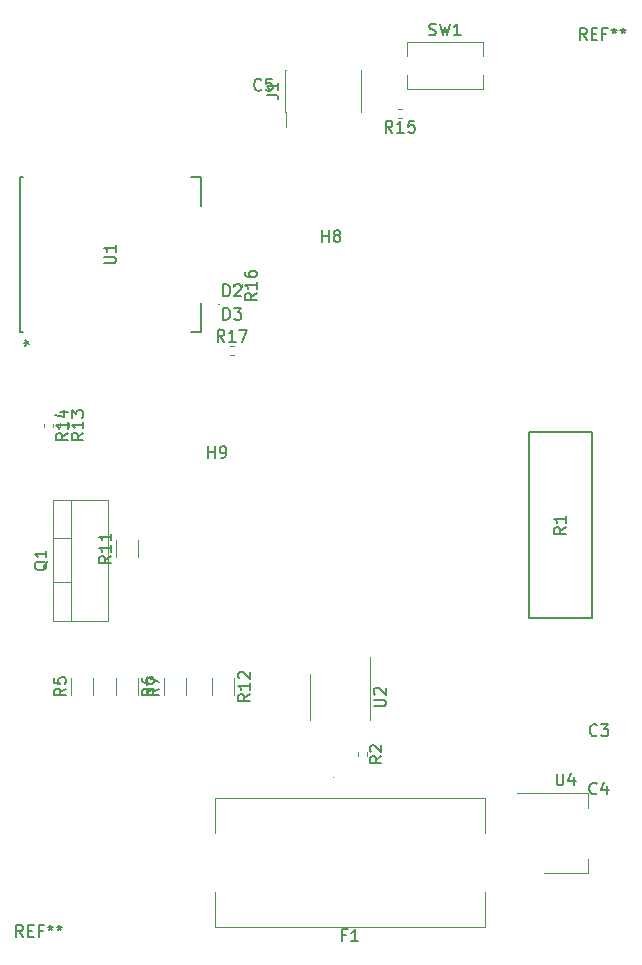
<source format=gbr>
%TF.GenerationSoftware,KiCad,Pcbnew,7.0.10*%
%TF.CreationDate,2024-01-17T02:44:35+05:30*%
%TF.ProjectId,open_src,6f70656e-5f73-4726-932e-6b696361645f,rev?*%
%TF.SameCoordinates,Original*%
%TF.FileFunction,Legend,Top*%
%TF.FilePolarity,Positive*%
%FSLAX46Y46*%
G04 Gerber Fmt 4.6, Leading zero omitted, Abs format (unit mm)*
G04 Created by KiCad (PCBNEW 7.0.10) date 2024-01-17 02:44:35*
%MOMM*%
%LPD*%
G01*
G04 APERTURE LIST*
%ADD10C,0.150000*%
%ADD11C,0.120000*%
%ADD12C,0.152400*%
%ADD13C,0.100000*%
G04 APERTURE END LIST*
D10*
X141784819Y-87772857D02*
X141308628Y-88106190D01*
X141784819Y-88344285D02*
X140784819Y-88344285D01*
X140784819Y-88344285D02*
X140784819Y-87963333D01*
X140784819Y-87963333D02*
X140832438Y-87868095D01*
X140832438Y-87868095D02*
X140880057Y-87820476D01*
X140880057Y-87820476D02*
X140975295Y-87772857D01*
X140975295Y-87772857D02*
X141118152Y-87772857D01*
X141118152Y-87772857D02*
X141213390Y-87820476D01*
X141213390Y-87820476D02*
X141261009Y-87868095D01*
X141261009Y-87868095D02*
X141308628Y-87963333D01*
X141308628Y-87963333D02*
X141308628Y-88344285D01*
X141784819Y-86820476D02*
X141784819Y-87391904D01*
X141784819Y-87106190D02*
X140784819Y-87106190D01*
X140784819Y-87106190D02*
X140927676Y-87201428D01*
X140927676Y-87201428D02*
X141022914Y-87296666D01*
X141022914Y-87296666D02*
X141070533Y-87391904D01*
X141118152Y-85963333D02*
X141784819Y-85963333D01*
X140737200Y-86201428D02*
X141451485Y-86439523D01*
X141451485Y-86439523D02*
X141451485Y-85820476D01*
X143124819Y-87732857D02*
X142648628Y-88066190D01*
X143124819Y-88304285D02*
X142124819Y-88304285D01*
X142124819Y-88304285D02*
X142124819Y-87923333D01*
X142124819Y-87923333D02*
X142172438Y-87828095D01*
X142172438Y-87828095D02*
X142220057Y-87780476D01*
X142220057Y-87780476D02*
X142315295Y-87732857D01*
X142315295Y-87732857D02*
X142458152Y-87732857D01*
X142458152Y-87732857D02*
X142553390Y-87780476D01*
X142553390Y-87780476D02*
X142601009Y-87828095D01*
X142601009Y-87828095D02*
X142648628Y-87923333D01*
X142648628Y-87923333D02*
X142648628Y-88304285D01*
X143124819Y-86780476D02*
X143124819Y-87351904D01*
X143124819Y-87066190D02*
X142124819Y-87066190D01*
X142124819Y-87066190D02*
X142267676Y-87161428D01*
X142267676Y-87161428D02*
X142362914Y-87256666D01*
X142362914Y-87256666D02*
X142410533Y-87351904D01*
X142124819Y-86447142D02*
X142124819Y-85828095D01*
X142124819Y-85828095D02*
X142505771Y-86161428D01*
X142505771Y-86161428D02*
X142505771Y-86018571D01*
X142505771Y-86018571D02*
X142553390Y-85923333D01*
X142553390Y-85923333D02*
X142601009Y-85875714D01*
X142601009Y-85875714D02*
X142696247Y-85828095D01*
X142696247Y-85828095D02*
X142934342Y-85828095D01*
X142934342Y-85828095D02*
X143029580Y-85875714D01*
X143029580Y-85875714D02*
X143077200Y-85923333D01*
X143077200Y-85923333D02*
X143124819Y-86018571D01*
X143124819Y-86018571D02*
X143124819Y-86304285D01*
X143124819Y-86304285D02*
X143077200Y-86399523D01*
X143077200Y-86399523D02*
X143029580Y-86447142D01*
X144874819Y-73391904D02*
X145684342Y-73391904D01*
X145684342Y-73391904D02*
X145779580Y-73344285D01*
X145779580Y-73344285D02*
X145827200Y-73296666D01*
X145827200Y-73296666D02*
X145874819Y-73201428D01*
X145874819Y-73201428D02*
X145874819Y-73010952D01*
X145874819Y-73010952D02*
X145827200Y-72915714D01*
X145827200Y-72915714D02*
X145779580Y-72868095D01*
X145779580Y-72868095D02*
X145684342Y-72820476D01*
X145684342Y-72820476D02*
X144874819Y-72820476D01*
X145874819Y-71820476D02*
X145874819Y-72391904D01*
X145874819Y-72106190D02*
X144874819Y-72106190D01*
X144874819Y-72106190D02*
X145017676Y-72201428D01*
X145017676Y-72201428D02*
X145112914Y-72296666D01*
X145112914Y-72296666D02*
X145160533Y-72391904D01*
X138074819Y-80114999D02*
X138312914Y-80114999D01*
X138217676Y-80353094D02*
X138312914Y-80114999D01*
X138312914Y-80114999D02*
X138217676Y-79876904D01*
X138503390Y-80257856D02*
X138312914Y-80114999D01*
X138312914Y-80114999D02*
X138503390Y-79972142D01*
X138074819Y-80114999D02*
X138312914Y-80114999D01*
X138217676Y-80353094D02*
X138312914Y-80114999D01*
X138312914Y-80114999D02*
X138217676Y-79876904D01*
X138503390Y-80257856D02*
X138312914Y-80114999D01*
X138312914Y-80114999D02*
X138503390Y-79972142D01*
X153670095Y-89860819D02*
X153670095Y-88860819D01*
X153670095Y-89337009D02*
X154241523Y-89337009D01*
X154241523Y-89860819D02*
X154241523Y-88860819D01*
X154765333Y-89860819D02*
X154955809Y-89860819D01*
X154955809Y-89860819D02*
X155051047Y-89813200D01*
X155051047Y-89813200D02*
X155098666Y-89765580D01*
X155098666Y-89765580D02*
X155193904Y-89622723D01*
X155193904Y-89622723D02*
X155241523Y-89432247D01*
X155241523Y-89432247D02*
X155241523Y-89051295D01*
X155241523Y-89051295D02*
X155193904Y-88956057D01*
X155193904Y-88956057D02*
X155146285Y-88908438D01*
X155146285Y-88908438D02*
X155051047Y-88860819D01*
X155051047Y-88860819D02*
X154860571Y-88860819D01*
X154860571Y-88860819D02*
X154765333Y-88908438D01*
X154765333Y-88908438D02*
X154717714Y-88956057D01*
X154717714Y-88956057D02*
X154670095Y-89051295D01*
X154670095Y-89051295D02*
X154670095Y-89289390D01*
X154670095Y-89289390D02*
X154717714Y-89384628D01*
X154717714Y-89384628D02*
X154765333Y-89432247D01*
X154765333Y-89432247D02*
X154860571Y-89479866D01*
X154860571Y-89479866D02*
X155051047Y-89479866D01*
X155051047Y-89479866D02*
X155146285Y-89432247D01*
X155146285Y-89432247D02*
X155193904Y-89384628D01*
X155193904Y-89384628D02*
X155241523Y-89289390D01*
X163322095Y-71572819D02*
X163322095Y-70572819D01*
X163322095Y-71049009D02*
X163893523Y-71049009D01*
X163893523Y-71572819D02*
X163893523Y-70572819D01*
X164512571Y-71001390D02*
X164417333Y-70953771D01*
X164417333Y-70953771D02*
X164369714Y-70906152D01*
X164369714Y-70906152D02*
X164322095Y-70810914D01*
X164322095Y-70810914D02*
X164322095Y-70763295D01*
X164322095Y-70763295D02*
X164369714Y-70668057D01*
X164369714Y-70668057D02*
X164417333Y-70620438D01*
X164417333Y-70620438D02*
X164512571Y-70572819D01*
X164512571Y-70572819D02*
X164703047Y-70572819D01*
X164703047Y-70572819D02*
X164798285Y-70620438D01*
X164798285Y-70620438D02*
X164845904Y-70668057D01*
X164845904Y-70668057D02*
X164893523Y-70763295D01*
X164893523Y-70763295D02*
X164893523Y-70810914D01*
X164893523Y-70810914D02*
X164845904Y-70906152D01*
X164845904Y-70906152D02*
X164798285Y-70953771D01*
X164798285Y-70953771D02*
X164703047Y-71001390D01*
X164703047Y-71001390D02*
X164512571Y-71001390D01*
X164512571Y-71001390D02*
X164417333Y-71049009D01*
X164417333Y-71049009D02*
X164369714Y-71096628D01*
X164369714Y-71096628D02*
X164322095Y-71191866D01*
X164322095Y-71191866D02*
X164322095Y-71382342D01*
X164322095Y-71382342D02*
X164369714Y-71477580D01*
X164369714Y-71477580D02*
X164417333Y-71525200D01*
X164417333Y-71525200D02*
X164512571Y-71572819D01*
X164512571Y-71572819D02*
X164703047Y-71572819D01*
X164703047Y-71572819D02*
X164798285Y-71525200D01*
X164798285Y-71525200D02*
X164845904Y-71477580D01*
X164845904Y-71477580D02*
X164893523Y-71382342D01*
X164893523Y-71382342D02*
X164893523Y-71191866D01*
X164893523Y-71191866D02*
X164845904Y-71096628D01*
X164845904Y-71096628D02*
X164798285Y-71049009D01*
X164798285Y-71049009D02*
X164703047Y-71001390D01*
X183980819Y-95730666D02*
X183504628Y-96063999D01*
X183980819Y-96302094D02*
X182980819Y-96302094D01*
X182980819Y-96302094D02*
X182980819Y-95921142D01*
X182980819Y-95921142D02*
X183028438Y-95825904D01*
X183028438Y-95825904D02*
X183076057Y-95778285D01*
X183076057Y-95778285D02*
X183171295Y-95730666D01*
X183171295Y-95730666D02*
X183314152Y-95730666D01*
X183314152Y-95730666D02*
X183409390Y-95778285D01*
X183409390Y-95778285D02*
X183457009Y-95825904D01*
X183457009Y-95825904D02*
X183504628Y-95921142D01*
X183504628Y-95921142D02*
X183504628Y-96302094D01*
X183980819Y-94778285D02*
X183980819Y-95349713D01*
X183980819Y-95063999D02*
X182980819Y-95063999D01*
X182980819Y-95063999D02*
X183123676Y-95159237D01*
X183123676Y-95159237D02*
X183218914Y-95254475D01*
X183218914Y-95254475D02*
X183266533Y-95349713D01*
X183188095Y-116584819D02*
X183188095Y-117394342D01*
X183188095Y-117394342D02*
X183235714Y-117489580D01*
X183235714Y-117489580D02*
X183283333Y-117537200D01*
X183283333Y-117537200D02*
X183378571Y-117584819D01*
X183378571Y-117584819D02*
X183569047Y-117584819D01*
X183569047Y-117584819D02*
X183664285Y-117537200D01*
X183664285Y-117537200D02*
X183711904Y-117489580D01*
X183711904Y-117489580D02*
X183759523Y-117394342D01*
X183759523Y-117394342D02*
X183759523Y-116584819D01*
X184664285Y-116918152D02*
X184664285Y-117584819D01*
X184426190Y-116537200D02*
X184188095Y-117251485D01*
X184188095Y-117251485D02*
X184807142Y-117251485D01*
X167724819Y-110901904D02*
X168534342Y-110901904D01*
X168534342Y-110901904D02*
X168629580Y-110854285D01*
X168629580Y-110854285D02*
X168677200Y-110806666D01*
X168677200Y-110806666D02*
X168724819Y-110711428D01*
X168724819Y-110711428D02*
X168724819Y-110520952D01*
X168724819Y-110520952D02*
X168677200Y-110425714D01*
X168677200Y-110425714D02*
X168629580Y-110378095D01*
X168629580Y-110378095D02*
X168534342Y-110330476D01*
X168534342Y-110330476D02*
X167724819Y-110330476D01*
X167820057Y-109901904D02*
X167772438Y-109854285D01*
X167772438Y-109854285D02*
X167724819Y-109759047D01*
X167724819Y-109759047D02*
X167724819Y-109520952D01*
X167724819Y-109520952D02*
X167772438Y-109425714D01*
X167772438Y-109425714D02*
X167820057Y-109378095D01*
X167820057Y-109378095D02*
X167915295Y-109330476D01*
X167915295Y-109330476D02*
X168010533Y-109330476D01*
X168010533Y-109330476D02*
X168153390Y-109378095D01*
X168153390Y-109378095D02*
X168724819Y-109949523D01*
X168724819Y-109949523D02*
X168724819Y-109330476D01*
X172402667Y-54049200D02*
X172545524Y-54096819D01*
X172545524Y-54096819D02*
X172783619Y-54096819D01*
X172783619Y-54096819D02*
X172878857Y-54049200D01*
X172878857Y-54049200D02*
X172926476Y-54001580D01*
X172926476Y-54001580D02*
X172974095Y-53906342D01*
X172974095Y-53906342D02*
X172974095Y-53811104D01*
X172974095Y-53811104D02*
X172926476Y-53715866D01*
X172926476Y-53715866D02*
X172878857Y-53668247D01*
X172878857Y-53668247D02*
X172783619Y-53620628D01*
X172783619Y-53620628D02*
X172593143Y-53573009D01*
X172593143Y-53573009D02*
X172497905Y-53525390D01*
X172497905Y-53525390D02*
X172450286Y-53477771D01*
X172450286Y-53477771D02*
X172402667Y-53382533D01*
X172402667Y-53382533D02*
X172402667Y-53287295D01*
X172402667Y-53287295D02*
X172450286Y-53192057D01*
X172450286Y-53192057D02*
X172497905Y-53144438D01*
X172497905Y-53144438D02*
X172593143Y-53096819D01*
X172593143Y-53096819D02*
X172831238Y-53096819D01*
X172831238Y-53096819D02*
X172974095Y-53144438D01*
X173307429Y-53096819D02*
X173545524Y-54096819D01*
X173545524Y-54096819D02*
X173736000Y-53382533D01*
X173736000Y-53382533D02*
X173926476Y-54096819D01*
X173926476Y-54096819D02*
X174164572Y-53096819D01*
X175069333Y-54096819D02*
X174497905Y-54096819D01*
X174783619Y-54096819D02*
X174783619Y-53096819D01*
X174783619Y-53096819D02*
X174688381Y-53239676D01*
X174688381Y-53239676D02*
X174593143Y-53334914D01*
X174593143Y-53334914D02*
X174497905Y-53382533D01*
X155057142Y-80014819D02*
X154723809Y-79538628D01*
X154485714Y-80014819D02*
X154485714Y-79014819D01*
X154485714Y-79014819D02*
X154866666Y-79014819D01*
X154866666Y-79014819D02*
X154961904Y-79062438D01*
X154961904Y-79062438D02*
X155009523Y-79110057D01*
X155009523Y-79110057D02*
X155057142Y-79205295D01*
X155057142Y-79205295D02*
X155057142Y-79348152D01*
X155057142Y-79348152D02*
X155009523Y-79443390D01*
X155009523Y-79443390D02*
X154961904Y-79491009D01*
X154961904Y-79491009D02*
X154866666Y-79538628D01*
X154866666Y-79538628D02*
X154485714Y-79538628D01*
X156009523Y-80014819D02*
X155438095Y-80014819D01*
X155723809Y-80014819D02*
X155723809Y-79014819D01*
X155723809Y-79014819D02*
X155628571Y-79157676D01*
X155628571Y-79157676D02*
X155533333Y-79252914D01*
X155533333Y-79252914D02*
X155438095Y-79300533D01*
X156342857Y-79014819D02*
X157009523Y-79014819D01*
X157009523Y-79014819D02*
X156580952Y-80014819D01*
X157784819Y-75902857D02*
X157308628Y-76236190D01*
X157784819Y-76474285D02*
X156784819Y-76474285D01*
X156784819Y-76474285D02*
X156784819Y-76093333D01*
X156784819Y-76093333D02*
X156832438Y-75998095D01*
X156832438Y-75998095D02*
X156880057Y-75950476D01*
X156880057Y-75950476D02*
X156975295Y-75902857D01*
X156975295Y-75902857D02*
X157118152Y-75902857D01*
X157118152Y-75902857D02*
X157213390Y-75950476D01*
X157213390Y-75950476D02*
X157261009Y-75998095D01*
X157261009Y-75998095D02*
X157308628Y-76093333D01*
X157308628Y-76093333D02*
X157308628Y-76474285D01*
X157784819Y-74950476D02*
X157784819Y-75521904D01*
X157784819Y-75236190D02*
X156784819Y-75236190D01*
X156784819Y-75236190D02*
X156927676Y-75331428D01*
X156927676Y-75331428D02*
X157022914Y-75426666D01*
X157022914Y-75426666D02*
X157070533Y-75521904D01*
X156784819Y-74093333D02*
X156784819Y-74283809D01*
X156784819Y-74283809D02*
X156832438Y-74379047D01*
X156832438Y-74379047D02*
X156880057Y-74426666D01*
X156880057Y-74426666D02*
X157022914Y-74521904D01*
X157022914Y-74521904D02*
X157213390Y-74569523D01*
X157213390Y-74569523D02*
X157594342Y-74569523D01*
X157594342Y-74569523D02*
X157689580Y-74521904D01*
X157689580Y-74521904D02*
X157737200Y-74474285D01*
X157737200Y-74474285D02*
X157784819Y-74379047D01*
X157784819Y-74379047D02*
X157784819Y-74188571D01*
X157784819Y-74188571D02*
X157737200Y-74093333D01*
X157737200Y-74093333D02*
X157689580Y-74045714D01*
X157689580Y-74045714D02*
X157594342Y-73998095D01*
X157594342Y-73998095D02*
X157356247Y-73998095D01*
X157356247Y-73998095D02*
X157261009Y-74045714D01*
X157261009Y-74045714D02*
X157213390Y-74093333D01*
X157213390Y-74093333D02*
X157165771Y-74188571D01*
X157165771Y-74188571D02*
X157165771Y-74379047D01*
X157165771Y-74379047D02*
X157213390Y-74474285D01*
X157213390Y-74474285D02*
X157261009Y-74521904D01*
X157261009Y-74521904D02*
X157356247Y-74569523D01*
X169281142Y-62330819D02*
X168947809Y-61854628D01*
X168709714Y-62330819D02*
X168709714Y-61330819D01*
X168709714Y-61330819D02*
X169090666Y-61330819D01*
X169090666Y-61330819D02*
X169185904Y-61378438D01*
X169185904Y-61378438D02*
X169233523Y-61426057D01*
X169233523Y-61426057D02*
X169281142Y-61521295D01*
X169281142Y-61521295D02*
X169281142Y-61664152D01*
X169281142Y-61664152D02*
X169233523Y-61759390D01*
X169233523Y-61759390D02*
X169185904Y-61807009D01*
X169185904Y-61807009D02*
X169090666Y-61854628D01*
X169090666Y-61854628D02*
X168709714Y-61854628D01*
X170233523Y-62330819D02*
X169662095Y-62330819D01*
X169947809Y-62330819D02*
X169947809Y-61330819D01*
X169947809Y-61330819D02*
X169852571Y-61473676D01*
X169852571Y-61473676D02*
X169757333Y-61568914D01*
X169757333Y-61568914D02*
X169662095Y-61616533D01*
X171138285Y-61330819D02*
X170662095Y-61330819D01*
X170662095Y-61330819D02*
X170614476Y-61807009D01*
X170614476Y-61807009D02*
X170662095Y-61759390D01*
X170662095Y-61759390D02*
X170757333Y-61711771D01*
X170757333Y-61711771D02*
X170995428Y-61711771D01*
X170995428Y-61711771D02*
X171090666Y-61759390D01*
X171090666Y-61759390D02*
X171138285Y-61807009D01*
X171138285Y-61807009D02*
X171185904Y-61902247D01*
X171185904Y-61902247D02*
X171185904Y-62140342D01*
X171185904Y-62140342D02*
X171138285Y-62235580D01*
X171138285Y-62235580D02*
X171090666Y-62283200D01*
X171090666Y-62283200D02*
X170995428Y-62330819D01*
X170995428Y-62330819D02*
X170757333Y-62330819D01*
X170757333Y-62330819D02*
X170662095Y-62283200D01*
X170662095Y-62283200D02*
X170614476Y-62235580D01*
X157214819Y-109862857D02*
X156738628Y-110196190D01*
X157214819Y-110434285D02*
X156214819Y-110434285D01*
X156214819Y-110434285D02*
X156214819Y-110053333D01*
X156214819Y-110053333D02*
X156262438Y-109958095D01*
X156262438Y-109958095D02*
X156310057Y-109910476D01*
X156310057Y-109910476D02*
X156405295Y-109862857D01*
X156405295Y-109862857D02*
X156548152Y-109862857D01*
X156548152Y-109862857D02*
X156643390Y-109910476D01*
X156643390Y-109910476D02*
X156691009Y-109958095D01*
X156691009Y-109958095D02*
X156738628Y-110053333D01*
X156738628Y-110053333D02*
X156738628Y-110434285D01*
X157214819Y-108910476D02*
X157214819Y-109481904D01*
X157214819Y-109196190D02*
X156214819Y-109196190D01*
X156214819Y-109196190D02*
X156357676Y-109291428D01*
X156357676Y-109291428D02*
X156452914Y-109386666D01*
X156452914Y-109386666D02*
X156500533Y-109481904D01*
X156310057Y-108529523D02*
X156262438Y-108481904D01*
X156262438Y-108481904D02*
X156214819Y-108386666D01*
X156214819Y-108386666D02*
X156214819Y-108148571D01*
X156214819Y-108148571D02*
X156262438Y-108053333D01*
X156262438Y-108053333D02*
X156310057Y-108005714D01*
X156310057Y-108005714D02*
X156405295Y-107958095D01*
X156405295Y-107958095D02*
X156500533Y-107958095D01*
X156500533Y-107958095D02*
X156643390Y-108005714D01*
X156643390Y-108005714D02*
X157214819Y-108577142D01*
X157214819Y-108577142D02*
X157214819Y-107958095D01*
X145446819Y-98178857D02*
X144970628Y-98512190D01*
X145446819Y-98750285D02*
X144446819Y-98750285D01*
X144446819Y-98750285D02*
X144446819Y-98369333D01*
X144446819Y-98369333D02*
X144494438Y-98274095D01*
X144494438Y-98274095D02*
X144542057Y-98226476D01*
X144542057Y-98226476D02*
X144637295Y-98178857D01*
X144637295Y-98178857D02*
X144780152Y-98178857D01*
X144780152Y-98178857D02*
X144875390Y-98226476D01*
X144875390Y-98226476D02*
X144923009Y-98274095D01*
X144923009Y-98274095D02*
X144970628Y-98369333D01*
X144970628Y-98369333D02*
X144970628Y-98750285D01*
X145446819Y-97226476D02*
X145446819Y-97797904D01*
X145446819Y-97512190D02*
X144446819Y-97512190D01*
X144446819Y-97512190D02*
X144589676Y-97607428D01*
X144589676Y-97607428D02*
X144684914Y-97702666D01*
X144684914Y-97702666D02*
X144732533Y-97797904D01*
X145446819Y-96274095D02*
X145446819Y-96845523D01*
X145446819Y-96559809D02*
X144446819Y-96559809D01*
X144446819Y-96559809D02*
X144589676Y-96655047D01*
X144589676Y-96655047D02*
X144684914Y-96750285D01*
X144684914Y-96750285D02*
X144732533Y-96845523D01*
X149510819Y-109386666D02*
X149034628Y-109719999D01*
X149510819Y-109958094D02*
X148510819Y-109958094D01*
X148510819Y-109958094D02*
X148510819Y-109577142D01*
X148510819Y-109577142D02*
X148558438Y-109481904D01*
X148558438Y-109481904D02*
X148606057Y-109434285D01*
X148606057Y-109434285D02*
X148701295Y-109386666D01*
X148701295Y-109386666D02*
X148844152Y-109386666D01*
X148844152Y-109386666D02*
X148939390Y-109434285D01*
X148939390Y-109434285D02*
X148987009Y-109481904D01*
X148987009Y-109481904D02*
X149034628Y-109577142D01*
X149034628Y-109577142D02*
X149034628Y-109958094D01*
X148510819Y-109053332D02*
X148510819Y-108386666D01*
X148510819Y-108386666D02*
X149510819Y-108815237D01*
X149086819Y-109386666D02*
X148610628Y-109719999D01*
X149086819Y-109958094D02*
X148086819Y-109958094D01*
X148086819Y-109958094D02*
X148086819Y-109577142D01*
X148086819Y-109577142D02*
X148134438Y-109481904D01*
X148134438Y-109481904D02*
X148182057Y-109434285D01*
X148182057Y-109434285D02*
X148277295Y-109386666D01*
X148277295Y-109386666D02*
X148420152Y-109386666D01*
X148420152Y-109386666D02*
X148515390Y-109434285D01*
X148515390Y-109434285D02*
X148563009Y-109481904D01*
X148563009Y-109481904D02*
X148610628Y-109577142D01*
X148610628Y-109577142D02*
X148610628Y-109958094D01*
X148086819Y-108529523D02*
X148086819Y-108719999D01*
X148086819Y-108719999D02*
X148134438Y-108815237D01*
X148134438Y-108815237D02*
X148182057Y-108862856D01*
X148182057Y-108862856D02*
X148324914Y-108958094D01*
X148324914Y-108958094D02*
X148515390Y-109005713D01*
X148515390Y-109005713D02*
X148896342Y-109005713D01*
X148896342Y-109005713D02*
X148991580Y-108958094D01*
X148991580Y-108958094D02*
X149039200Y-108910475D01*
X149039200Y-108910475D02*
X149086819Y-108815237D01*
X149086819Y-108815237D02*
X149086819Y-108624761D01*
X149086819Y-108624761D02*
X149039200Y-108529523D01*
X149039200Y-108529523D02*
X148991580Y-108481904D01*
X148991580Y-108481904D02*
X148896342Y-108434285D01*
X148896342Y-108434285D02*
X148658247Y-108434285D01*
X148658247Y-108434285D02*
X148563009Y-108481904D01*
X148563009Y-108481904D02*
X148515390Y-108529523D01*
X148515390Y-108529523D02*
X148467771Y-108624761D01*
X148467771Y-108624761D02*
X148467771Y-108815237D01*
X148467771Y-108815237D02*
X148515390Y-108910475D01*
X148515390Y-108910475D02*
X148563009Y-108958094D01*
X148563009Y-108958094D02*
X148658247Y-109005713D01*
X141636819Y-109386666D02*
X141160628Y-109719999D01*
X141636819Y-109958094D02*
X140636819Y-109958094D01*
X140636819Y-109958094D02*
X140636819Y-109577142D01*
X140636819Y-109577142D02*
X140684438Y-109481904D01*
X140684438Y-109481904D02*
X140732057Y-109434285D01*
X140732057Y-109434285D02*
X140827295Y-109386666D01*
X140827295Y-109386666D02*
X140970152Y-109386666D01*
X140970152Y-109386666D02*
X141065390Y-109434285D01*
X141065390Y-109434285D02*
X141113009Y-109481904D01*
X141113009Y-109481904D02*
X141160628Y-109577142D01*
X141160628Y-109577142D02*
X141160628Y-109958094D01*
X140636819Y-108481904D02*
X140636819Y-108958094D01*
X140636819Y-108958094D02*
X141113009Y-109005713D01*
X141113009Y-109005713D02*
X141065390Y-108958094D01*
X141065390Y-108958094D02*
X141017771Y-108862856D01*
X141017771Y-108862856D02*
X141017771Y-108624761D01*
X141017771Y-108624761D02*
X141065390Y-108529523D01*
X141065390Y-108529523D02*
X141113009Y-108481904D01*
X141113009Y-108481904D02*
X141208247Y-108434285D01*
X141208247Y-108434285D02*
X141446342Y-108434285D01*
X141446342Y-108434285D02*
X141541580Y-108481904D01*
X141541580Y-108481904D02*
X141589200Y-108529523D01*
X141589200Y-108529523D02*
X141636819Y-108624761D01*
X141636819Y-108624761D02*
X141636819Y-108862856D01*
X141636819Y-108862856D02*
X141589200Y-108958094D01*
X141589200Y-108958094D02*
X141541580Y-109005713D01*
X168364819Y-115116666D02*
X167888628Y-115449999D01*
X168364819Y-115688094D02*
X167364819Y-115688094D01*
X167364819Y-115688094D02*
X167364819Y-115307142D01*
X167364819Y-115307142D02*
X167412438Y-115211904D01*
X167412438Y-115211904D02*
X167460057Y-115164285D01*
X167460057Y-115164285D02*
X167555295Y-115116666D01*
X167555295Y-115116666D02*
X167698152Y-115116666D01*
X167698152Y-115116666D02*
X167793390Y-115164285D01*
X167793390Y-115164285D02*
X167841009Y-115211904D01*
X167841009Y-115211904D02*
X167888628Y-115307142D01*
X167888628Y-115307142D02*
X167888628Y-115688094D01*
X167460057Y-114735713D02*
X167412438Y-114688094D01*
X167412438Y-114688094D02*
X167364819Y-114592856D01*
X167364819Y-114592856D02*
X167364819Y-114354761D01*
X167364819Y-114354761D02*
X167412438Y-114259523D01*
X167412438Y-114259523D02*
X167460057Y-114211904D01*
X167460057Y-114211904D02*
X167555295Y-114164285D01*
X167555295Y-114164285D02*
X167650533Y-114164285D01*
X167650533Y-114164285D02*
X167793390Y-114211904D01*
X167793390Y-114211904D02*
X168364819Y-114783332D01*
X168364819Y-114783332D02*
X168364819Y-114164285D01*
X158639819Y-59123333D02*
X159354104Y-59123333D01*
X159354104Y-59123333D02*
X159496961Y-59170952D01*
X159496961Y-59170952D02*
X159592200Y-59266190D01*
X159592200Y-59266190D02*
X159639819Y-59409047D01*
X159639819Y-59409047D02*
X159639819Y-59504285D01*
X159639819Y-58123333D02*
X159639819Y-58694761D01*
X159639819Y-58409047D02*
X158639819Y-58409047D01*
X158639819Y-58409047D02*
X158782676Y-58504285D01*
X158782676Y-58504285D02*
X158877914Y-58599523D01*
X158877914Y-58599523D02*
X158925533Y-58694761D01*
X154986905Y-78164819D02*
X154986905Y-77164819D01*
X154986905Y-77164819D02*
X155225000Y-77164819D01*
X155225000Y-77164819D02*
X155367857Y-77212438D01*
X155367857Y-77212438D02*
X155463095Y-77307676D01*
X155463095Y-77307676D02*
X155510714Y-77402914D01*
X155510714Y-77402914D02*
X155558333Y-77593390D01*
X155558333Y-77593390D02*
X155558333Y-77736247D01*
X155558333Y-77736247D02*
X155510714Y-77926723D01*
X155510714Y-77926723D02*
X155463095Y-78021961D01*
X155463095Y-78021961D02*
X155367857Y-78117200D01*
X155367857Y-78117200D02*
X155225000Y-78164819D01*
X155225000Y-78164819D02*
X154986905Y-78164819D01*
X155891667Y-77164819D02*
X156510714Y-77164819D01*
X156510714Y-77164819D02*
X156177381Y-77545771D01*
X156177381Y-77545771D02*
X156320238Y-77545771D01*
X156320238Y-77545771D02*
X156415476Y-77593390D01*
X156415476Y-77593390D02*
X156463095Y-77641009D01*
X156463095Y-77641009D02*
X156510714Y-77736247D01*
X156510714Y-77736247D02*
X156510714Y-77974342D01*
X156510714Y-77974342D02*
X156463095Y-78069580D01*
X156463095Y-78069580D02*
X156415476Y-78117200D01*
X156415476Y-78117200D02*
X156320238Y-78164819D01*
X156320238Y-78164819D02*
X156034524Y-78164819D01*
X156034524Y-78164819D02*
X155939286Y-78117200D01*
X155939286Y-78117200D02*
X155891667Y-78069580D01*
X154986905Y-76174819D02*
X154986905Y-75174819D01*
X154986905Y-75174819D02*
X155225000Y-75174819D01*
X155225000Y-75174819D02*
X155367857Y-75222438D01*
X155367857Y-75222438D02*
X155463095Y-75317676D01*
X155463095Y-75317676D02*
X155510714Y-75412914D01*
X155510714Y-75412914D02*
X155558333Y-75603390D01*
X155558333Y-75603390D02*
X155558333Y-75746247D01*
X155558333Y-75746247D02*
X155510714Y-75936723D01*
X155510714Y-75936723D02*
X155463095Y-76031961D01*
X155463095Y-76031961D02*
X155367857Y-76127200D01*
X155367857Y-76127200D02*
X155225000Y-76174819D01*
X155225000Y-76174819D02*
X154986905Y-76174819D01*
X155939286Y-75270057D02*
X155986905Y-75222438D01*
X155986905Y-75222438D02*
X156082143Y-75174819D01*
X156082143Y-75174819D02*
X156320238Y-75174819D01*
X156320238Y-75174819D02*
X156415476Y-75222438D01*
X156415476Y-75222438D02*
X156463095Y-75270057D01*
X156463095Y-75270057D02*
X156510714Y-75365295D01*
X156510714Y-75365295D02*
X156510714Y-75460533D01*
X156510714Y-75460533D02*
X156463095Y-75603390D01*
X156463095Y-75603390D02*
X155891667Y-76174819D01*
X155891667Y-76174819D02*
X156510714Y-76174819D01*
X158193333Y-58669580D02*
X158145714Y-58717200D01*
X158145714Y-58717200D02*
X158002857Y-58764819D01*
X158002857Y-58764819D02*
X157907619Y-58764819D01*
X157907619Y-58764819D02*
X157764762Y-58717200D01*
X157764762Y-58717200D02*
X157669524Y-58621961D01*
X157669524Y-58621961D02*
X157621905Y-58526723D01*
X157621905Y-58526723D02*
X157574286Y-58336247D01*
X157574286Y-58336247D02*
X157574286Y-58193390D01*
X157574286Y-58193390D02*
X157621905Y-58002914D01*
X157621905Y-58002914D02*
X157669524Y-57907676D01*
X157669524Y-57907676D02*
X157764762Y-57812438D01*
X157764762Y-57812438D02*
X157907619Y-57764819D01*
X157907619Y-57764819D02*
X158002857Y-57764819D01*
X158002857Y-57764819D02*
X158145714Y-57812438D01*
X158145714Y-57812438D02*
X158193333Y-57860057D01*
X159098095Y-57764819D02*
X158621905Y-57764819D01*
X158621905Y-57764819D02*
X158574286Y-58241009D01*
X158574286Y-58241009D02*
X158621905Y-58193390D01*
X158621905Y-58193390D02*
X158717143Y-58145771D01*
X158717143Y-58145771D02*
X158955238Y-58145771D01*
X158955238Y-58145771D02*
X159050476Y-58193390D01*
X159050476Y-58193390D02*
X159098095Y-58241009D01*
X159098095Y-58241009D02*
X159145714Y-58336247D01*
X159145714Y-58336247D02*
X159145714Y-58574342D01*
X159145714Y-58574342D02*
X159098095Y-58669580D01*
X159098095Y-58669580D02*
X159050476Y-58717200D01*
X159050476Y-58717200D02*
X158955238Y-58764819D01*
X158955238Y-58764819D02*
X158717143Y-58764819D01*
X158717143Y-58764819D02*
X158621905Y-58717200D01*
X158621905Y-58717200D02*
X158574286Y-58669580D01*
X186588333Y-118249580D02*
X186540714Y-118297200D01*
X186540714Y-118297200D02*
X186397857Y-118344819D01*
X186397857Y-118344819D02*
X186302619Y-118344819D01*
X186302619Y-118344819D02*
X186159762Y-118297200D01*
X186159762Y-118297200D02*
X186064524Y-118201961D01*
X186064524Y-118201961D02*
X186016905Y-118106723D01*
X186016905Y-118106723D02*
X185969286Y-117916247D01*
X185969286Y-117916247D02*
X185969286Y-117773390D01*
X185969286Y-117773390D02*
X186016905Y-117582914D01*
X186016905Y-117582914D02*
X186064524Y-117487676D01*
X186064524Y-117487676D02*
X186159762Y-117392438D01*
X186159762Y-117392438D02*
X186302619Y-117344819D01*
X186302619Y-117344819D02*
X186397857Y-117344819D01*
X186397857Y-117344819D02*
X186540714Y-117392438D01*
X186540714Y-117392438D02*
X186588333Y-117440057D01*
X187445476Y-117678152D02*
X187445476Y-118344819D01*
X187207381Y-117297200D02*
X186969286Y-118011485D01*
X186969286Y-118011485D02*
X187588333Y-118011485D01*
X186618333Y-113319580D02*
X186570714Y-113367200D01*
X186570714Y-113367200D02*
X186427857Y-113414819D01*
X186427857Y-113414819D02*
X186332619Y-113414819D01*
X186332619Y-113414819D02*
X186189762Y-113367200D01*
X186189762Y-113367200D02*
X186094524Y-113271961D01*
X186094524Y-113271961D02*
X186046905Y-113176723D01*
X186046905Y-113176723D02*
X185999286Y-112986247D01*
X185999286Y-112986247D02*
X185999286Y-112843390D01*
X185999286Y-112843390D02*
X186046905Y-112652914D01*
X186046905Y-112652914D02*
X186094524Y-112557676D01*
X186094524Y-112557676D02*
X186189762Y-112462438D01*
X186189762Y-112462438D02*
X186332619Y-112414819D01*
X186332619Y-112414819D02*
X186427857Y-112414819D01*
X186427857Y-112414819D02*
X186570714Y-112462438D01*
X186570714Y-112462438D02*
X186618333Y-112510057D01*
X186951667Y-112414819D02*
X187570714Y-112414819D01*
X187570714Y-112414819D02*
X187237381Y-112795771D01*
X187237381Y-112795771D02*
X187380238Y-112795771D01*
X187380238Y-112795771D02*
X187475476Y-112843390D01*
X187475476Y-112843390D02*
X187523095Y-112891009D01*
X187523095Y-112891009D02*
X187570714Y-112986247D01*
X187570714Y-112986247D02*
X187570714Y-113224342D01*
X187570714Y-113224342D02*
X187523095Y-113319580D01*
X187523095Y-113319580D02*
X187475476Y-113367200D01*
X187475476Y-113367200D02*
X187380238Y-113414819D01*
X187380238Y-113414819D02*
X187094524Y-113414819D01*
X187094524Y-113414819D02*
X186999286Y-113367200D01*
X186999286Y-113367200D02*
X186951667Y-113319580D01*
X138008849Y-130427002D02*
X137675516Y-129950811D01*
X137437421Y-130427002D02*
X137437421Y-129427002D01*
X137437421Y-129427002D02*
X137818373Y-129427002D01*
X137818373Y-129427002D02*
X137913611Y-129474621D01*
X137913611Y-129474621D02*
X137961230Y-129522240D01*
X137961230Y-129522240D02*
X138008849Y-129617478D01*
X138008849Y-129617478D02*
X138008849Y-129760335D01*
X138008849Y-129760335D02*
X137961230Y-129855573D01*
X137961230Y-129855573D02*
X137913611Y-129903192D01*
X137913611Y-129903192D02*
X137818373Y-129950811D01*
X137818373Y-129950811D02*
X137437421Y-129950811D01*
X138437421Y-129903192D02*
X138770754Y-129903192D01*
X138913611Y-130427002D02*
X138437421Y-130427002D01*
X138437421Y-130427002D02*
X138437421Y-129427002D01*
X138437421Y-129427002D02*
X138913611Y-129427002D01*
X139675516Y-129903192D02*
X139342183Y-129903192D01*
X139342183Y-130427002D02*
X139342183Y-129427002D01*
X139342183Y-129427002D02*
X139818373Y-129427002D01*
X140342183Y-129427002D02*
X140342183Y-129665097D01*
X140104088Y-129569859D02*
X140342183Y-129665097D01*
X140342183Y-129665097D02*
X140580278Y-129569859D01*
X140199326Y-129855573D02*
X140342183Y-129665097D01*
X140342183Y-129665097D02*
X140485040Y-129855573D01*
X141104088Y-129427002D02*
X141104088Y-129665097D01*
X140865993Y-129569859D02*
X141104088Y-129665097D01*
X141104088Y-129665097D02*
X141342183Y-129569859D01*
X140961231Y-129855573D02*
X141104088Y-129665097D01*
X141104088Y-129665097D02*
X141246945Y-129855573D01*
X185736666Y-54464819D02*
X185403333Y-53988628D01*
X185165238Y-54464819D02*
X185165238Y-53464819D01*
X185165238Y-53464819D02*
X185546190Y-53464819D01*
X185546190Y-53464819D02*
X185641428Y-53512438D01*
X185641428Y-53512438D02*
X185689047Y-53560057D01*
X185689047Y-53560057D02*
X185736666Y-53655295D01*
X185736666Y-53655295D02*
X185736666Y-53798152D01*
X185736666Y-53798152D02*
X185689047Y-53893390D01*
X185689047Y-53893390D02*
X185641428Y-53941009D01*
X185641428Y-53941009D02*
X185546190Y-53988628D01*
X185546190Y-53988628D02*
X185165238Y-53988628D01*
X186165238Y-53941009D02*
X186498571Y-53941009D01*
X186641428Y-54464819D02*
X186165238Y-54464819D01*
X186165238Y-54464819D02*
X186165238Y-53464819D01*
X186165238Y-53464819D02*
X186641428Y-53464819D01*
X187403333Y-53941009D02*
X187070000Y-53941009D01*
X187070000Y-54464819D02*
X187070000Y-53464819D01*
X187070000Y-53464819D02*
X187546190Y-53464819D01*
X188070000Y-53464819D02*
X188070000Y-53702914D01*
X187831905Y-53607676D02*
X188070000Y-53702914D01*
X188070000Y-53702914D02*
X188308095Y-53607676D01*
X187927143Y-53893390D02*
X188070000Y-53702914D01*
X188070000Y-53702914D02*
X188212857Y-53893390D01*
X188831905Y-53464819D02*
X188831905Y-53702914D01*
X188593810Y-53607676D02*
X188831905Y-53702914D01*
X188831905Y-53702914D02*
X189070000Y-53607676D01*
X188689048Y-53893390D02*
X188831905Y-53702914D01*
X188831905Y-53702914D02*
X188974762Y-53893390D01*
X165346666Y-130251009D02*
X165013333Y-130251009D01*
X165013333Y-130774819D02*
X165013333Y-129774819D01*
X165013333Y-129774819D02*
X165489523Y-129774819D01*
X166394285Y-130774819D02*
X165822857Y-130774819D01*
X166108571Y-130774819D02*
X166108571Y-129774819D01*
X166108571Y-129774819D02*
X166013333Y-129917676D01*
X166013333Y-129917676D02*
X165918095Y-130012914D01*
X165918095Y-130012914D02*
X165822857Y-130060533D01*
X140085057Y-98615238D02*
X140037438Y-98710476D01*
X140037438Y-98710476D02*
X139942200Y-98805714D01*
X139942200Y-98805714D02*
X139799342Y-98948571D01*
X139799342Y-98948571D02*
X139751723Y-99043809D01*
X139751723Y-99043809D02*
X139751723Y-99139047D01*
X139989819Y-99091428D02*
X139942200Y-99186666D01*
X139942200Y-99186666D02*
X139846961Y-99281904D01*
X139846961Y-99281904D02*
X139656485Y-99329523D01*
X139656485Y-99329523D02*
X139323152Y-99329523D01*
X139323152Y-99329523D02*
X139132676Y-99281904D01*
X139132676Y-99281904D02*
X139037438Y-99186666D01*
X139037438Y-99186666D02*
X138989819Y-99091428D01*
X138989819Y-99091428D02*
X138989819Y-98900952D01*
X138989819Y-98900952D02*
X139037438Y-98805714D01*
X139037438Y-98805714D02*
X139132676Y-98710476D01*
X139132676Y-98710476D02*
X139323152Y-98662857D01*
X139323152Y-98662857D02*
X139656485Y-98662857D01*
X139656485Y-98662857D02*
X139846961Y-98710476D01*
X139846961Y-98710476D02*
X139942200Y-98805714D01*
X139942200Y-98805714D02*
X139989819Y-98900952D01*
X139989819Y-98900952D02*
X139989819Y-99091428D01*
X139989819Y-97710476D02*
X139989819Y-98281904D01*
X139989819Y-97996190D02*
X138989819Y-97996190D01*
X138989819Y-97996190D02*
X139132676Y-98091428D01*
X139132676Y-98091428D02*
X139227914Y-98186666D01*
X139227914Y-98186666D02*
X139275533Y-98281904D01*
D11*
%TO.C,R14*%
X139780000Y-86976359D02*
X139780000Y-87283641D01*
X140540000Y-86976359D02*
X140540000Y-87283641D01*
%TO.C,R13*%
X141120000Y-86936359D02*
X141120000Y-87243641D01*
X141880000Y-86936359D02*
X141880000Y-87243641D01*
D12*
%TO.C,U1*%
X137793000Y-79207000D02*
X137793000Y-66053000D01*
X137793000Y-66053000D02*
X137987260Y-66053000D01*
X153047000Y-66053000D02*
X153047000Y-68497259D01*
X153047000Y-79207000D02*
X152252740Y-79207000D01*
X137987260Y-79207000D02*
X137793000Y-79207000D01*
X153047000Y-76762741D02*
X153047000Y-79207000D01*
X152252740Y-66053000D02*
X153047000Y-66053000D01*
%TO.C,R1*%
X186154900Y-103438000D02*
X186154900Y-87690000D01*
X186154900Y-87690000D02*
X180897100Y-87690000D01*
X180897100Y-87690000D02*
X180897100Y-103438000D01*
X180897100Y-103438000D02*
X186154900Y-103438000D01*
D11*
%TO.C,U4*%
X185860000Y-118220000D02*
X185860000Y-119480000D01*
X185860000Y-125040000D02*
X185860000Y-123780000D01*
X182100000Y-125040000D02*
X185860000Y-125040000D01*
X179850000Y-118220000D02*
X185860000Y-118220000D01*
%TO.C,U2*%
X162310000Y-110140000D02*
X162310000Y-108190000D01*
X167430000Y-110140000D02*
X167430000Y-106690000D01*
X162310000Y-110140000D02*
X162310000Y-112090000D01*
X167430000Y-110140000D02*
X167430000Y-112090000D01*
%TO.C,SW1*%
X170536000Y-54642000D02*
X170536000Y-55842000D01*
X170536000Y-57442000D02*
X170536000Y-58642000D01*
X176936000Y-54642000D02*
X170536000Y-54642000D01*
X176936000Y-58642000D02*
X176936000Y-57442000D01*
X176936000Y-55842000D02*
X176936000Y-54642000D01*
X170536000Y-58642000D02*
X176936000Y-58642000D01*
%TO.C,R17*%
X155546359Y-81110000D02*
X155853641Y-81110000D01*
X155546359Y-80350000D02*
X155853641Y-80350000D01*
%TO.C,R16*%
X155780000Y-75106359D02*
X155780000Y-75413641D01*
X156540000Y-75106359D02*
X156540000Y-75413641D01*
%TO.C,R15*%
X170077641Y-60326000D02*
X169770359Y-60326000D01*
X170077641Y-61086000D02*
X169770359Y-61086000D01*
%TO.C,R12*%
X154030000Y-108492936D02*
X154030000Y-109947064D01*
X155850000Y-108492936D02*
X155850000Y-109947064D01*
%TO.C,R11*%
X145902000Y-98263064D02*
X145902000Y-96808936D01*
X147722000Y-98263064D02*
X147722000Y-96808936D01*
%TO.C,R7*%
X151786000Y-109947064D02*
X151786000Y-108492936D01*
X149966000Y-109947064D02*
X149966000Y-108492936D01*
%TO.C,R6*%
X145902000Y-108492936D02*
X145902000Y-109947064D01*
X147722000Y-108492936D02*
X147722000Y-109947064D01*
%TO.C,R5*%
X143912000Y-109947064D02*
X143912000Y-108492936D01*
X142092000Y-109947064D02*
X142092000Y-108492936D01*
%TO.C,R2*%
X167120000Y-114796359D02*
X167120000Y-115103641D01*
X166360000Y-114796359D02*
X166360000Y-115103641D01*
%TO.C,J1*%
X166590000Y-60555000D02*
X166655000Y-60555000D01*
X166655000Y-60555000D02*
X166655000Y-57025000D01*
X160185000Y-60555000D02*
X160185000Y-57025000D01*
X160185000Y-57025000D02*
X160250000Y-57025000D01*
X166590000Y-57025000D02*
X166655000Y-57025000D01*
X160250000Y-61880000D02*
X160250000Y-60555000D01*
X160185000Y-60555000D02*
X160250000Y-60555000D01*
D13*
%TO.C,D3*%
X154685000Y-78880000D02*
G75*
G03*
X154585000Y-78880000I-50000J0D01*
G01*
X154585000Y-78880000D02*
G75*
G03*
X154685000Y-78880000I50000J0D01*
G01*
%TO.C,D2*%
X154685000Y-76890000D02*
G75*
G03*
X154585000Y-76890000I-50000J0D01*
G01*
X154585000Y-76890000D02*
G75*
G03*
X154685000Y-76890000I50000J0D01*
G01*
%TO.C,D1*%
X164360000Y-116900000D02*
G75*
G03*
X164260000Y-116900000I-50000J0D01*
G01*
X164260000Y-116900000D02*
G75*
G03*
X164360000Y-116900000I50000J0D01*
G01*
D11*
%TO.C,F1*%
X177130000Y-129620000D02*
X154230000Y-129620000D01*
X154230000Y-118620000D02*
X154230000Y-121620000D01*
X177130000Y-118620000D02*
X154230000Y-118620000D01*
X177130000Y-129620000D02*
X177130000Y-126620000D01*
X177130000Y-118620000D02*
X177130000Y-121620000D01*
X154230000Y-129620000D02*
X154230000Y-126620000D01*
%TO.C,Q1*%
X142045000Y-103640000D02*
X142045000Y-93400000D01*
X140535000Y-93400000D02*
X145176000Y-93400000D01*
X145176000Y-103640000D02*
X145176000Y-93400000D01*
X140535000Y-103640000D02*
X145176000Y-103640000D01*
X140535000Y-96669000D02*
X142045000Y-96669000D01*
X140535000Y-100370000D02*
X142045000Y-100370000D01*
X140535000Y-103640000D02*
X140535000Y-93400000D01*
%TD*%
M02*

</source>
